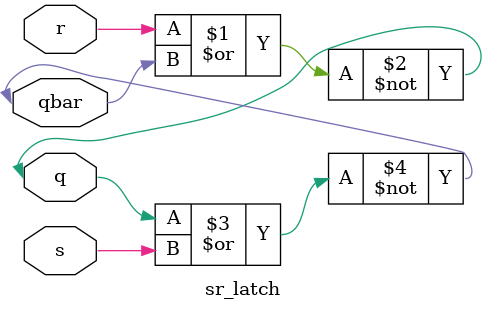
<source format=v>


module sr_latch(s,r,q,qbar);
// declaring the input and output ports

   input s,r;
   inout q,qbar;

// using gate level so use nand gate premitive
  
  nor NO1(q,r,qbar);
  nor NO2(qbar,q,s);
 endmodule   

</source>
